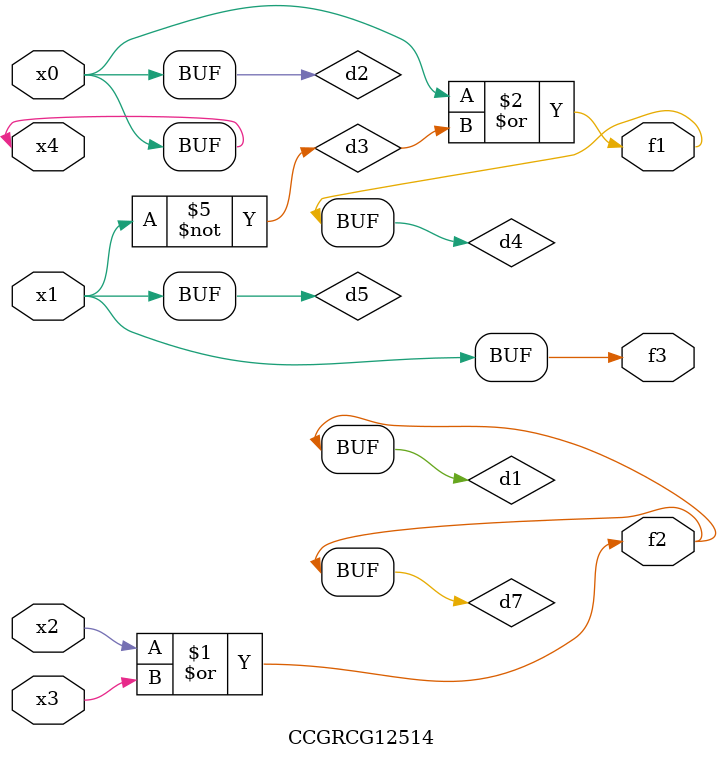
<source format=v>
module CCGRCG12514(
	input x0, x1, x2, x3, x4,
	output f1, f2, f3
);

	wire d1, d2, d3, d4, d5, d6, d7;

	or (d1, x2, x3);
	buf (d2, x0, x4);
	not (d3, x1);
	or (d4, d2, d3);
	not (d5, d3);
	nand (d6, d1, d3);
	or (d7, d1);
	assign f1 = d4;
	assign f2 = d7;
	assign f3 = d5;
endmodule

</source>
